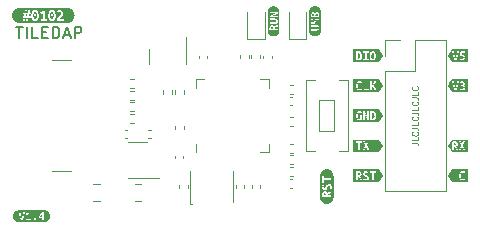
<source format=gbr>
%TF.GenerationSoftware,KiCad,Pcbnew,6.0.7+dfsg-1~bpo11+1*%
%TF.CreationDate,2022-09-22T06:20:52+00:00*%
%TF.ProjectId,0102-TILEDAP,30313032-2d54-4494-9c45-4441502e6b69,V1.4*%
%TF.SameCoordinates,Original*%
%TF.FileFunction,Legend,Top*%
%TF.FilePolarity,Positive*%
%FSLAX46Y46*%
G04 Gerber Fmt 4.6, Leading zero omitted, Abs format (unit mm)*
G04 Created by KiCad (PCBNEW 6.0.7+dfsg-1~bpo11+1) date 2022-09-22 06:20:52*
%MOMM*%
%LPD*%
G01*
G04 APERTURE LIST*
%ADD10C,0.150000*%
%ADD11C,0.100000*%
%ADD12C,0.120000*%
G04 APERTURE END LIST*
D10*
X992738Y17347620D02*
X1564166Y17347620D01*
X1278452Y16347620D02*
X1278452Y17347620D01*
X1897500Y16347620D02*
X1897500Y17347620D01*
X2849880Y16347620D02*
X2373690Y16347620D01*
X2373690Y17347620D01*
X3183214Y16871429D02*
X3516547Y16871429D01*
X3659404Y16347620D02*
X3183214Y16347620D01*
X3183214Y17347620D01*
X3659404Y17347620D01*
X4087976Y16347620D02*
X4087976Y17347620D01*
X4326071Y17347620D01*
X4468928Y17300000D01*
X4564166Y17204762D01*
X4611785Y17109524D01*
X4659404Y16919048D01*
X4659404Y16776191D01*
X4611785Y16585715D01*
X4564166Y16490477D01*
X4468928Y16395239D01*
X4326071Y16347620D01*
X4087976Y16347620D01*
X5040357Y16633334D02*
X5516547Y16633334D01*
X4945119Y16347620D02*
X5278452Y17347620D01*
X5611785Y16347620D01*
X5945119Y16347620D02*
X5945119Y17347620D01*
X6326071Y17347620D01*
X6421309Y17300000D01*
X6468928Y17252381D01*
X6516547Y17157143D01*
X6516547Y17014286D01*
X6468928Y16919048D01*
X6421309Y16871429D01*
X6326071Y16823810D01*
X5945119Y16823810D01*
D11*
X34526190Y7490477D02*
X34883333Y7490477D01*
X34954761Y7466667D01*
X35002380Y7419048D01*
X35026190Y7347620D01*
X35026190Y7300000D01*
X35026190Y7966667D02*
X35026190Y7728572D01*
X34526190Y7728572D01*
X34978571Y8419048D02*
X35002380Y8395239D01*
X35026190Y8323810D01*
X35026190Y8276191D01*
X35002380Y8204762D01*
X34954761Y8157143D01*
X34907142Y8133334D01*
X34811904Y8109524D01*
X34740476Y8109524D01*
X34645238Y8133334D01*
X34597619Y8157143D01*
X34550000Y8204762D01*
X34526190Y8276191D01*
X34526190Y8323810D01*
X34550000Y8395239D01*
X34573809Y8419048D01*
X34526190Y8776191D02*
X34883333Y8776191D01*
X34954761Y8752381D01*
X35002380Y8704762D01*
X35026190Y8633334D01*
X35026190Y8585715D01*
X35026190Y9252381D02*
X35026190Y9014286D01*
X34526190Y9014286D01*
X34978571Y9704762D02*
X35002380Y9680953D01*
X35026190Y9609524D01*
X35026190Y9561905D01*
X35002380Y9490477D01*
X34954761Y9442858D01*
X34907142Y9419048D01*
X34811904Y9395239D01*
X34740476Y9395239D01*
X34645238Y9419048D01*
X34597619Y9442858D01*
X34550000Y9490477D01*
X34526190Y9561905D01*
X34526190Y9609524D01*
X34550000Y9680953D01*
X34573809Y9704762D01*
X34526190Y10061905D02*
X34883333Y10061905D01*
X34954761Y10038096D01*
X35002380Y9990477D01*
X35026190Y9919048D01*
X35026190Y9871429D01*
X35026190Y10538096D02*
X35026190Y10300000D01*
X34526190Y10300000D01*
X34978571Y10990477D02*
X35002380Y10966667D01*
X35026190Y10895239D01*
X35026190Y10847620D01*
X35002380Y10776191D01*
X34954761Y10728572D01*
X34907142Y10704762D01*
X34811904Y10680953D01*
X34740476Y10680953D01*
X34645238Y10704762D01*
X34597619Y10728572D01*
X34550000Y10776191D01*
X34526190Y10847620D01*
X34526190Y10895239D01*
X34550000Y10966667D01*
X34573809Y10990477D01*
X34526190Y11347620D02*
X34883333Y11347620D01*
X34954761Y11323810D01*
X35002380Y11276191D01*
X35026190Y11204762D01*
X35026190Y11157143D01*
X35026190Y11823810D02*
X35026190Y11585715D01*
X34526190Y11585715D01*
X34978571Y12276191D02*
X35002380Y12252381D01*
X35026190Y12180953D01*
X35026190Y12133334D01*
X35002380Y12061905D01*
X34954761Y12014286D01*
X34907142Y11990477D01*
X34811904Y11966667D01*
X34740476Y11966667D01*
X34645238Y11990477D01*
X34597619Y12014286D01*
X34550000Y12061905D01*
X34526190Y12133334D01*
X34526190Y12180953D01*
X34550000Y12252381D01*
X34573809Y12276191D01*
D12*
%TO.C,C2*%
X10192164Y7890000D02*
X10407836Y7890000D01*
X10192164Y8610000D02*
X10407836Y8610000D01*
%TO.C,C3*%
X7538748Y2565000D02*
X8061252Y2565000D01*
X7538748Y4035000D02*
X8061252Y4035000D01*
%TO.C,C4*%
X20940000Y3712164D02*
X20940000Y3927836D01*
X21660000Y3712164D02*
X21660000Y3927836D01*
%TO.C,C5*%
X21940000Y14887836D02*
X21940000Y14672164D01*
X22660000Y14887836D02*
X22660000Y14672164D01*
%TO.C,C7*%
X17160000Y14887836D02*
X17160000Y14672164D01*
X16440000Y14887836D02*
X16440000Y14672164D01*
%TO.C,C12*%
X24387836Y11410000D02*
X24172164Y11410000D01*
X24387836Y10690000D02*
X24172164Y10690000D01*
%TO.C,C13*%
X24387836Y3690000D02*
X24172164Y3690000D01*
X24387836Y4410000D02*
X24172164Y4410000D01*
%TO.C,D1*%
X25535000Y16315000D02*
X25535000Y18600000D01*
X24065000Y18600000D02*
X24065000Y16315000D01*
X24065000Y16315000D02*
X25535000Y16315000D01*
%TO.C,D3*%
X20565000Y16315000D02*
X22035000Y16315000D01*
X20565000Y18600000D02*
X20565000Y16315000D01*
X22035000Y16315000D02*
X22035000Y18600000D01*
%TO.C,J1*%
X5640000Y14500000D02*
X4040000Y14500000D01*
X5640000Y5100000D02*
X4040000Y5100000D01*
%TO.C,R1*%
X10963641Y11930000D02*
X10656359Y11930000D01*
X10963641Y11170000D02*
X10656359Y11170000D01*
%TO.C,R2*%
X12146359Y8630000D02*
X12453641Y8630000D01*
X12146359Y7870000D02*
X12453641Y7870000D01*
%TO.C,R3*%
X10963641Y12170000D02*
X10656359Y12170000D01*
X10963641Y12930000D02*
X10656359Y12930000D01*
%TO.C,R11*%
X21680000Y14656359D02*
X21680000Y14963641D01*
X20920000Y14656359D02*
X20920000Y14963641D01*
%TO.C,R12*%
X24156359Y11670000D02*
X24463641Y11670000D01*
X24156359Y12430000D02*
X24463641Y12430000D01*
%TO.C,R13*%
X24156359Y4670000D02*
X24463641Y4670000D01*
X24156359Y5430000D02*
X24463641Y5430000D01*
%TO.C,R15*%
X20680000Y14656359D02*
X20680000Y14963641D01*
X19920000Y14656359D02*
X19920000Y14963641D01*
%TO.C,SW1*%
X26650000Y11100000D02*
X26650000Y8500000D01*
X25500000Y6800000D02*
X26300000Y6800000D01*
X26650000Y8500000D02*
X27950000Y8500000D01*
X25500000Y12800000D02*
X25500000Y6800000D01*
X28300000Y12800000D02*
X29100000Y12800000D01*
X29100000Y12800000D02*
X29100000Y6800000D01*
X29100000Y6800000D02*
X28300000Y6800000D01*
X26300000Y12800000D02*
X25500000Y12800000D01*
X27950000Y11100000D02*
X26650000Y11100000D01*
X27950000Y8500000D02*
X27950000Y11100000D01*
%TO.C,U1*%
X11300000Y7610000D02*
X10500000Y7610000D01*
X11300000Y4490000D02*
X10500000Y4490000D01*
X11300000Y4490000D02*
X13100000Y4490000D01*
X11300000Y7610000D02*
X12100000Y7610000D01*
%TO.C,C8*%
X20310000Y3692164D02*
X20310000Y3907836D01*
X19590000Y3692164D02*
X19590000Y3907836D01*
%TO.C,C11*%
X15510000Y3907836D02*
X15510000Y3692164D01*
X14790000Y3907836D02*
X14790000Y3692164D01*
%TO.C,R6*%
X24463641Y6430000D02*
X24156359Y6430000D01*
X24463641Y5670000D02*
X24156359Y5670000D01*
%TO.C,R7*%
X24463640Y6670000D02*
X24156358Y6670000D01*
X24463640Y7430000D02*
X24156358Y7430000D01*
%TO.C,R9*%
X24463640Y8920000D02*
X24156358Y8920000D01*
X24463640Y9680000D02*
X24156358Y9680000D01*
%TO.C,U2*%
X22410000Y6690000D02*
X21685000Y6690000D01*
X16190000Y12185000D02*
X16190000Y12910000D01*
X16190000Y7415000D02*
X16190000Y6690000D01*
X22410000Y12910000D02*
X21685000Y12910000D01*
X22410000Y7415000D02*
X22410000Y6690000D01*
X22410000Y12185000D02*
X22410000Y12910000D01*
X16190000Y12910000D02*
X16915000Y12910000D01*
%TO.C,Y1*%
X19385000Y5100000D02*
X19385000Y2500000D01*
X15915000Y2315000D02*
X15715000Y2315000D01*
X15715000Y2315000D02*
X15715000Y5100000D01*
%TO.C,J3*%
X32195000Y13610000D02*
X32195000Y3390000D01*
X32195000Y3390000D02*
X37395000Y3390000D01*
X32195000Y14880000D02*
X32195000Y16210000D01*
X37395000Y16210000D02*
X37395000Y3390000D01*
X32195000Y16210000D02*
X33525000Y16210000D01*
X32195000Y13610000D02*
X34795000Y13610000D01*
X34795000Y13610000D02*
X34795000Y16210000D01*
X34795000Y16210000D02*
X37395000Y16210000D01*
%TO.C,C1*%
X11038748Y4035000D02*
X11561252Y4035000D01*
X11038748Y2565000D02*
X11561252Y2565000D01*
%TO.C,Q1*%
X15360000Y14800000D02*
X15360000Y14150000D01*
X12240000Y14800000D02*
X12240000Y15450000D01*
X15360000Y14800000D02*
X15360000Y16475000D01*
X12240000Y14800000D02*
X12240000Y14150000D01*
%TO.C,R14*%
X14420000Y11656359D02*
X14420000Y11963641D01*
X15180000Y11656359D02*
X15180000Y11963641D01*
%TO.C,R10*%
X13420000Y11963641D02*
X13420000Y11656359D01*
X14180000Y11963641D02*
X14180000Y11656359D01*
%TO.C,C6*%
X14440000Y6212164D02*
X14440000Y6427836D01*
X15160000Y6212164D02*
X15160000Y6427836D01*
%TO.C,R4*%
X10963641Y9930000D02*
X10656359Y9930000D01*
X10963641Y9170000D02*
X10656359Y9170000D01*
%TO.C,R5*%
X10963641Y10170000D02*
X10656359Y10170000D01*
X10963641Y10930000D02*
X10656359Y10930000D01*
%TO.C,R8*%
X15180000Y8656359D02*
X15180000Y8963641D01*
X14420000Y8656359D02*
X14420000Y8963641D01*
%TO.C,kibuzzard-63295177*%
G36*
X38155475Y7498423D02*
G01*
X38196850Y7477884D01*
X38223639Y7442761D01*
X38232568Y7392159D01*
X38199231Y7309411D01*
X38155475Y7287533D01*
X38090884Y7280241D01*
X38058737Y7280241D01*
X38058737Y7501697D01*
X38082550Y7504673D01*
X38102790Y7505269D01*
X38155475Y7498423D01*
G37*
G36*
X37526429Y7260000D02*
G01*
X37874091Y7781494D01*
X39273571Y7781494D01*
X39273571Y6738506D01*
X37874091Y6738506D01*
X37774873Y6887334D01*
X37912290Y6887334D01*
X38058737Y6887334D01*
X38058737Y7158797D01*
X38134937Y7158797D01*
X38175270Y7091378D01*
X38212923Y7024852D01*
X38247005Y6957432D01*
X38276621Y6887334D01*
X38430212Y6887334D01*
X38456406Y6887334D01*
X38614759Y6887334D01*
X38642143Y6951777D01*
X38674290Y7023661D01*
X38708818Y7097926D01*
X38743346Y7169512D01*
X38778321Y7095694D01*
X38811807Y7021875D01*
X38842020Y6951330D01*
X38867171Y6887334D01*
X39025525Y6887334D01*
X38993378Y6965320D01*
X38971500Y7012945D01*
X38946348Y7064142D01*
X38918517Y7117869D01*
X38888603Y7173084D01*
X38857349Y7227853D01*
X38825500Y7280241D01*
X39013618Y7624331D01*
X38865981Y7624331D01*
X38743346Y7388588D01*
X38626665Y7624331D01*
X38468312Y7624331D01*
X38661193Y7276669D01*
X38632023Y7224430D01*
X38601662Y7170108D01*
X38571450Y7115488D01*
X38542726Y7062356D01*
X38515937Y7011755D01*
X38491529Y6964725D01*
X38456406Y6887334D01*
X38430212Y6887334D01*
X38396279Y6965320D01*
X38355203Y7047473D01*
X38311150Y7126055D01*
X38268287Y7194516D01*
X38320377Y7228151D01*
X38355203Y7274288D01*
X38374848Y7329652D01*
X38381396Y7390969D01*
X38376485Y7448863D01*
X38361751Y7498720D01*
X38305196Y7574325D01*
X38264715Y7600221D01*
X38217090Y7618378D01*
X38162917Y7629094D01*
X38102790Y7632666D01*
X38061118Y7631475D01*
X38011112Y7628498D01*
X37959320Y7622545D01*
X37912290Y7613616D01*
X37912290Y6887334D01*
X37774873Y6887334D01*
X37526429Y7260000D01*
G37*
%TO.C,kibuzzard-632952E3*%
G36*
X29527966Y7777327D02*
G01*
X31727150Y7777327D01*
X32072034Y7260000D01*
X31727150Y6742673D01*
X29527966Y6742673D01*
X29527966Y7507055D01*
X29776013Y7507055D01*
X29970085Y7507055D01*
X29970085Y6891502D01*
X30117722Y6891502D01*
X30354657Y6891502D01*
X30513010Y6891502D01*
X30540394Y6955944D01*
X30572541Y7027828D01*
X30607069Y7102093D01*
X30641597Y7173680D01*
X30676572Y7099861D01*
X30710058Y7026042D01*
X30740270Y6955498D01*
X30765422Y6891502D01*
X30923775Y6891502D01*
X30891629Y6969487D01*
X30869751Y7017112D01*
X30844599Y7068309D01*
X30816768Y7122036D01*
X30786854Y7177252D01*
X30755600Y7232020D01*
X30723750Y7284408D01*
X30911869Y7628498D01*
X30764232Y7628498D01*
X30641597Y7392755D01*
X30524916Y7628498D01*
X30366563Y7628498D01*
X30559444Y7280836D01*
X30530274Y7228597D01*
X30499913Y7174275D01*
X30469701Y7119655D01*
X30440977Y7066523D01*
X30414188Y7015922D01*
X30389780Y6968892D01*
X30354657Y6891502D01*
X30117722Y6891502D01*
X30117722Y7507055D01*
X30311794Y7507055D01*
X30311794Y7628498D01*
X29776013Y7628498D01*
X29776013Y7507055D01*
X29527966Y7507055D01*
X29527966Y7777327D01*
G37*
%TO.C,kibuzzard-631DD70B*%
G36*
X26207211Y18402297D02*
G01*
X26229991Y18323399D01*
X26229991Y18270059D01*
X26072194Y18270059D01*
X26068860Y18300062D01*
X26067749Y18332289D01*
X26070527Y18368960D01*
X26081639Y18400075D01*
X26104976Y18421189D01*
X26144425Y18428967D01*
X26207211Y18402297D01*
G37*
G36*
X26486134Y18448970D02*
G01*
X26516138Y18420633D01*
X26530584Y18381184D01*
X26534474Y18335622D01*
X26533363Y18301729D01*
X26530029Y18270059D01*
X26343339Y18270059D01*
X26343339Y18343401D01*
X26365008Y18428412D01*
X26436684Y18460083D01*
X26486134Y18448970D01*
G37*
G36*
X26795443Y16956567D02*
G01*
X26788274Y16908240D01*
X26776403Y16860848D01*
X26759944Y16814849D01*
X26739056Y16770683D01*
X26713939Y16728779D01*
X26684836Y16689537D01*
X26652026Y16653338D01*
X26615826Y16620528D01*
X26576585Y16591425D01*
X26534680Y16566308D01*
X26490515Y16545419D01*
X26444515Y16528960D01*
X26397124Y16517090D01*
X26348797Y16509921D01*
X26300000Y16507524D01*
X26251203Y16509921D01*
X26202876Y16517090D01*
X26155485Y16528960D01*
X26109485Y16545419D01*
X26065320Y16566308D01*
X26023415Y16591425D01*
X25984174Y16620528D01*
X25947974Y16653338D01*
X25915164Y16689537D01*
X25886061Y16728779D01*
X25860944Y16770683D01*
X25840056Y16814849D01*
X25823597Y16860848D01*
X25811726Y16908240D01*
X25804557Y16956567D01*
X25802160Y17005364D01*
X25802160Y17005456D01*
X25956624Y17005456D01*
X26395568Y17005456D01*
X26452797Y17008234D01*
X26504470Y17016569D01*
X26549753Y17031571D01*
X26587814Y17054351D01*
X26640598Y17126027D01*
X26654350Y17176450D01*
X26658934Y17237707D01*
X26654350Y17299937D01*
X26640598Y17351055D01*
X26618234Y17392171D01*
X26587814Y17424397D01*
X26549753Y17448012D01*
X26504470Y17463291D01*
X26452797Y17471626D01*
X26395568Y17474404D01*
X25956624Y17474404D01*
X25956624Y17337720D01*
X26385566Y17337720D01*
X26458353Y17333275D01*
X26506137Y17317717D01*
X26532251Y17287714D01*
X26540030Y17239930D01*
X26532251Y17192146D01*
X26506693Y17162698D01*
X26459464Y17147696D01*
X26386677Y17143251D01*
X25956624Y17143251D01*
X25956624Y17005456D01*
X25802160Y17005456D01*
X25802160Y17807779D01*
X25941066Y17807779D01*
X25947116Y17739684D01*
X25965267Y17682084D01*
X25995518Y17634979D01*
X26060526Y17587890D01*
X26146648Y17572194D01*
X26228324Y17589974D01*
X26283331Y17634979D01*
X26320003Y17695542D01*
X26345561Y17759995D01*
X26365008Y17806667D01*
X26388344Y17848895D01*
X26417793Y17880010D01*
X26455575Y17892234D01*
X26488357Y17887233D01*
X26517249Y17868897D01*
X26537252Y17832782D01*
X26544475Y17775552D01*
X26540586Y17720129D01*
X26528918Y17673873D01*
X26495580Y17602197D01*
X26606705Y17562192D01*
X26640598Y17638869D01*
X26654350Y17698598D01*
X26658934Y17775552D01*
X26653069Y17853525D01*
X26635474Y17917052D01*
X26606149Y17966132D01*
X26542391Y18013221D01*
X26456686Y18028917D01*
X26404874Y18024195D01*
X26362786Y18010026D01*
X26300556Y17961687D01*
X26260551Y17897234D01*
X26233325Y17830004D01*
X26216656Y17787221D01*
X26196098Y17748327D01*
X26169428Y17719990D01*
X26134424Y17708877D01*
X26090591Y17720978D01*
X26064292Y17757279D01*
X26055525Y17817780D01*
X26066638Y17896123D01*
X26093308Y17957797D01*
X25987739Y17997802D01*
X25955512Y17918348D01*
X25944678Y17867092D01*
X25941066Y17807779D01*
X25802160Y17807779D01*
X25802160Y18311175D01*
X25948845Y18311175D01*
X25953846Y18218941D01*
X25965514Y18133375D01*
X26633375Y18133375D01*
X26642126Y18181437D01*
X26648377Y18230054D01*
X26652127Y18278115D01*
X26653378Y18324510D01*
X26650738Y18379378D01*
X26642821Y18430634D01*
X26628652Y18476751D01*
X26607261Y18516201D01*
X26540586Y18573430D01*
X26493774Y18589265D01*
X26436684Y18594544D01*
X26390011Y18588293D01*
X26345561Y18569541D01*
X26306668Y18533286D01*
X26276664Y18474529D01*
X26216656Y18538426D01*
X26176096Y18556345D01*
X26129979Y18562318D01*
X26065526Y18552316D01*
X26007186Y18514534D01*
X25964958Y18437857D01*
X25952873Y18381739D01*
X25948845Y18311175D01*
X25802160Y18311175D01*
X25802160Y18594636D01*
X25804557Y18643433D01*
X25811726Y18691760D01*
X25823597Y18739152D01*
X25840056Y18785151D01*
X25860944Y18829317D01*
X25886061Y18871221D01*
X25915164Y18910463D01*
X25947974Y18946662D01*
X25984174Y18979472D01*
X26023415Y19008575D01*
X26065320Y19033692D01*
X26109485Y19054581D01*
X26155485Y19071040D01*
X26202876Y19082910D01*
X26251203Y19090079D01*
X26300000Y19092476D01*
X26348797Y19090079D01*
X26397124Y19082910D01*
X26444515Y19071040D01*
X26490515Y19054581D01*
X26534680Y19033692D01*
X26576585Y19008575D01*
X26615826Y18979472D01*
X26652026Y18946662D01*
X26684836Y18910463D01*
X26713939Y18871221D01*
X26739056Y18829317D01*
X26759944Y18785151D01*
X26776403Y18739152D01*
X26788274Y18691760D01*
X26795443Y18643433D01*
X26797840Y18594636D01*
X26797840Y17005364D01*
X26795443Y16956567D01*
G37*
%TO.C,kibuzzard-632952D1*%
G36*
X30039736Y15108005D02*
G01*
X30088552Y15052641D01*
X30113555Y14972869D01*
X30120699Y14880000D01*
X30118466Y14827464D01*
X30111769Y14779392D01*
X30082004Y14700216D01*
X30027235Y14647828D01*
X29943296Y14628778D01*
X29930199Y14628778D01*
X29917102Y14629969D01*
X29917102Y15125269D01*
X29938533Y15128245D01*
X29959964Y15128841D01*
X30039736Y15108005D01*
G37*
G36*
X29522608Y15413400D02*
G01*
X31721792Y15413400D01*
X32077392Y14880000D01*
X31721792Y14346600D01*
X29522608Y14346600D01*
X29522608Y14519241D01*
X29770655Y14519241D01*
X29851022Y14505548D01*
X29927818Y14501381D01*
X29999702Y14506590D01*
X30017829Y14510906D01*
X30365968Y14510906D01*
X30833883Y14510906D01*
X30833883Y14632350D01*
X30674339Y14632350D01*
X30674339Y14880000D01*
X30929133Y14880000D01*
X30933412Y14790592D01*
X30946248Y14712866D01*
X30967642Y14646824D01*
X30997594Y14592464D01*
X31050048Y14538555D01*
X31116127Y14506210D01*
X31195833Y14495428D01*
X31273621Y14506210D01*
X31338708Y14538555D01*
X31391096Y14592464D01*
X31421308Y14646824D01*
X31442888Y14712866D01*
X31455836Y14790592D01*
X31460152Y14880000D01*
X31455910Y14969408D01*
X31443186Y15047134D01*
X31421978Y15113176D01*
X31392286Y15167536D01*
X31340163Y15221445D01*
X31274282Y15253790D01*
X31194643Y15264572D01*
X31117384Y15253790D01*
X31052297Y15221445D01*
X30999380Y15167536D01*
X30968647Y15113176D01*
X30946695Y15047134D01*
X30933524Y14969408D01*
X30929133Y14880000D01*
X30674339Y14880000D01*
X30674339Y15126459D01*
X30833883Y15126459D01*
X30833883Y15247903D01*
X30365968Y15247903D01*
X30365968Y15126459D01*
X30526702Y15126459D01*
X30526702Y14632350D01*
X30365968Y14632350D01*
X30365968Y14510906D01*
X30017829Y14510906D01*
X30065335Y14522217D01*
X30123527Y14549155D01*
X30173086Y14588297D01*
X30213419Y14640238D01*
X30243929Y14705573D01*
X30263127Y14785196D01*
X30269527Y14880000D01*
X30263723Y14972720D01*
X30246310Y15050855D01*
X30218479Y15115446D01*
X30181421Y15167536D01*
X30135135Y15207273D01*
X30079622Y15234806D01*
X30016370Y15250880D01*
X29946868Y15256238D01*
X29864714Y15252666D01*
X29770655Y15238378D01*
X29770655Y14519241D01*
X29522608Y14519241D01*
X29522608Y15413400D01*
G37*
G36*
X31255364Y15116934D02*
G01*
X31290488Y15062166D01*
X31307157Y14980608D01*
X31310282Y14931941D01*
X31311324Y14880000D01*
X31310282Y14828208D01*
X31307157Y14779988D01*
X31290488Y14698430D01*
X31254769Y14643066D01*
X31194643Y14622825D01*
X31133921Y14643066D01*
X31098797Y14697834D01*
X31082129Y14779392D01*
X31079003Y14828059D01*
X31077961Y14880000D01*
X31079003Y14931792D01*
X31082129Y14980013D01*
X31098797Y15061570D01*
X31133921Y15116934D01*
X31194643Y15137175D01*
X31255364Y15116934D01*
G37*
%TO.C,kibuzzard-63295187*%
G36*
X37522460Y4720000D02*
G01*
X38509190Y4720000D01*
X38514548Y4630554D01*
X38530621Y4552717D01*
X38556518Y4486637D01*
X38591343Y4432464D01*
X38634652Y4390197D01*
X38685998Y4359836D01*
X38744785Y4341530D01*
X38810418Y4335428D01*
X38883195Y4338405D01*
X38944364Y4347334D01*
X39025921Y4368766D01*
X39025921Y4736669D01*
X38879475Y4736669D01*
X38879475Y4467588D01*
X38850900Y4464016D01*
X38822325Y4462825D01*
X38751185Y4478452D01*
X38699690Y4525333D01*
X38676539Y4574744D01*
X38662649Y4639633D01*
X38658018Y4720000D01*
X38660548Y4774620D01*
X38668139Y4824180D01*
X38701476Y4905142D01*
X38760412Y4958125D01*
X38848518Y4977175D01*
X38927100Y4964078D01*
X38991393Y4934313D01*
X39029493Y5050994D01*
X39005086Y5065281D01*
X38964009Y5083141D01*
X38905073Y5098023D01*
X38828278Y5104572D01*
X38763686Y5098470D01*
X38703262Y5080164D01*
X38648791Y5049654D01*
X38602059Y5006941D01*
X38563661Y4952321D01*
X38534193Y4886092D01*
X38515441Y4808553D01*
X38509190Y4720000D01*
X37522460Y4720000D01*
X37878060Y5253400D01*
X39277540Y5253400D01*
X39277540Y4186600D01*
X37878060Y4186600D01*
X37522460Y4720000D01*
G37*
%TO.C,kibuzzard-632952DE*%
G36*
X31262508Y10028005D02*
G01*
X31311324Y9972641D01*
X31336327Y9892869D01*
X31343471Y9800000D01*
X31341238Y9747464D01*
X31334541Y9699392D01*
X31304775Y9620216D01*
X31250007Y9567828D01*
X31166068Y9548778D01*
X31152971Y9548778D01*
X31139874Y9549969D01*
X31139874Y10045269D01*
X31161305Y10048245D01*
X31182736Y10048841D01*
X31262508Y10028005D01*
G37*
G36*
X29522608Y10333400D02*
G01*
X31721792Y10333400D01*
X32077392Y9800000D01*
X31721792Y9266600D01*
X29522608Y9266600D01*
X29522608Y9800000D01*
X29770655Y9800000D01*
X29776013Y9710554D01*
X29792086Y9632717D01*
X29817982Y9566637D01*
X29852808Y9512464D01*
X29896117Y9470197D01*
X29947463Y9439836D01*
X30006250Y9421530D01*
X30071883Y9415428D01*
X30144660Y9418405D01*
X30205829Y9427334D01*
X30219422Y9430906D01*
X30388589Y9430906D01*
X30520749Y9430906D01*
X30520749Y9920253D01*
X30565000Y9838563D01*
X30607268Y9757005D01*
X30647550Y9675580D01*
X30685849Y9594154D01*
X30722163Y9512596D01*
X30756493Y9430906D01*
X30874364Y9430906D01*
X30874364Y9439241D01*
X30993427Y9439241D01*
X31073794Y9425548D01*
X31150589Y9421381D01*
X31222473Y9426590D01*
X31288107Y9442217D01*
X31346298Y9469155D01*
X31395858Y9508297D01*
X31436191Y9560238D01*
X31466700Y9625573D01*
X31485899Y9705196D01*
X31492299Y9800000D01*
X31486495Y9892720D01*
X31469082Y9970855D01*
X31441251Y10035446D01*
X31404193Y10087536D01*
X31357907Y10127273D01*
X31302394Y10154806D01*
X31239142Y10170880D01*
X31169639Y10176238D01*
X31087486Y10172666D01*
X30993427Y10158378D01*
X30993427Y9439241D01*
X30874364Y9439241D01*
X30874364Y10167903D01*
X30742205Y10167903D01*
X30742205Y9714275D01*
X30721220Y9760709D01*
X30696366Y9814288D01*
X30668386Y9872330D01*
X30638025Y9932159D01*
X30606027Y9993030D01*
X30573136Y10054198D01*
X30539799Y10113283D01*
X30506461Y10167903D01*
X30388589Y10167903D01*
X30388589Y9430906D01*
X30219422Y9430906D01*
X30287386Y9448766D01*
X30287386Y9816669D01*
X30140939Y9816669D01*
X30140939Y9547588D01*
X30112364Y9544016D01*
X30083789Y9542825D01*
X30012650Y9558452D01*
X29961155Y9605333D01*
X29938004Y9654744D01*
X29924113Y9719633D01*
X29919483Y9800000D01*
X29922013Y9854620D01*
X29929604Y9904180D01*
X29962941Y9985142D01*
X30021877Y10038125D01*
X30109983Y10057175D01*
X30188564Y10044078D01*
X30252858Y10014313D01*
X30290958Y10130994D01*
X30266550Y10145281D01*
X30225474Y10163141D01*
X30166538Y10178023D01*
X30089743Y10184572D01*
X30025151Y10178470D01*
X29964727Y10160164D01*
X29910256Y10129654D01*
X29863524Y10086941D01*
X29825126Y10032321D01*
X29795658Y9966092D01*
X29776906Y9888553D01*
X29770655Y9800000D01*
X29522608Y9800000D01*
X29522608Y10333400D01*
G37*
%TO.C,kibuzzard-631DD707*%
G36*
X22746660Y17289936D02*
G01*
X22767079Y17249098D01*
X22773886Y17188812D01*
X22773886Y17158809D01*
X22567193Y17158809D01*
X22564415Y17181034D01*
X22563859Y17199925D01*
X22570249Y17249098D01*
X22589418Y17287714D01*
X22622200Y17312717D01*
X22669428Y17321051D01*
X22746660Y17289936D01*
G37*
G36*
X23291572Y16973617D02*
G01*
X23284460Y16925667D01*
X23272681Y16878646D01*
X23256351Y16833006D01*
X23235626Y16789186D01*
X23210705Y16747608D01*
X23181829Y16708673D01*
X23149276Y16672757D01*
X23113359Y16640203D01*
X23074424Y16611327D01*
X23032847Y16586407D01*
X22989027Y16565682D01*
X22943386Y16549351D01*
X22896365Y16537573D01*
X22848416Y16530460D01*
X22800000Y16528082D01*
X22751584Y16530460D01*
X22703635Y16537573D01*
X22656614Y16549351D01*
X22610973Y16565682D01*
X22567153Y16586407D01*
X22525576Y16611327D01*
X22486641Y16640203D01*
X22450724Y16672757D01*
X22418171Y16708673D01*
X22389295Y16747608D01*
X22364374Y16789186D01*
X22343649Y16833006D01*
X22327319Y16878646D01*
X22315540Y16925667D01*
X22308428Y16973617D01*
X22306049Y17022032D01*
X22306049Y17199925D01*
X22444956Y17199925D01*
X22446067Y17161031D01*
X22448845Y17114359D01*
X22454401Y17066019D01*
X22462736Y17022125D01*
X23140598Y17022125D01*
X23140598Y17158809D01*
X22887233Y17158809D01*
X22887233Y17229929D01*
X22950158Y17267572D01*
X23012249Y17302716D01*
X23075173Y17334525D01*
X23140598Y17362168D01*
X23140598Y17505519D01*
X23067811Y17473848D01*
X22991135Y17435510D01*
X22917793Y17394394D01*
X22853896Y17354389D01*
X22822503Y17403006D01*
X22779442Y17435510D01*
X22727769Y17453846D01*
X22670539Y17459958D01*
X22616505Y17455374D01*
X22569971Y17441622D01*
X22499407Y17388837D01*
X22475237Y17351055D01*
X22458291Y17306605D01*
X22448289Y17256043D01*
X22444956Y17199925D01*
X22306049Y17199925D01*
X22306049Y17561081D01*
X22452734Y17561081D01*
X22891678Y17561081D01*
X22948908Y17563859D01*
X23000581Y17572194D01*
X23045864Y17587196D01*
X23083924Y17609976D01*
X23136709Y17681652D01*
X23150460Y17732075D01*
X23155044Y17793332D01*
X23150460Y17855562D01*
X23136709Y17906680D01*
X23114345Y17947796D01*
X23083924Y17980023D01*
X23045864Y18003637D01*
X23000581Y18018916D01*
X22948908Y18027251D01*
X22891678Y18030029D01*
X22452734Y18030029D01*
X22452734Y17893345D01*
X22881677Y17893345D01*
X22954464Y17888900D01*
X23002248Y17873342D01*
X23028362Y17843339D01*
X23036141Y17795555D01*
X23028362Y17747771D01*
X23002803Y17718323D01*
X22955575Y17703321D01*
X22882788Y17698876D01*
X22452734Y17698876D01*
X22452734Y17561081D01*
X22306049Y17561081D01*
X22306049Y18124485D01*
X22452734Y18124485D01*
X23140598Y18124485D01*
X23140598Y18247834D01*
X22683874Y18247834D01*
X22760118Y18289135D01*
X22836239Y18328585D01*
X22912236Y18366182D01*
X22988233Y18401927D01*
X23064354Y18435820D01*
X23140598Y18467861D01*
X23140598Y18577875D01*
X22452734Y18577875D01*
X22452734Y18454526D01*
X22876121Y18454526D01*
X22832782Y18434940D01*
X22782776Y18411743D01*
X22728602Y18385629D01*
X22672762Y18357292D01*
X22615949Y18327427D01*
X22558859Y18296729D01*
X22503713Y18265614D01*
X22452734Y18234499D01*
X22452734Y18124485D01*
X22306049Y18124485D01*
X22306049Y18577968D01*
X22308428Y18626383D01*
X22315540Y18674333D01*
X22327319Y18721354D01*
X22343649Y18766994D01*
X22364374Y18810814D01*
X22389295Y18852392D01*
X22418171Y18891327D01*
X22450724Y18927243D01*
X22486641Y18959797D01*
X22525576Y18988673D01*
X22567153Y19013593D01*
X22610973Y19034318D01*
X22656614Y19050649D01*
X22703635Y19062427D01*
X22751584Y19069540D01*
X22800000Y19071918D01*
X22848416Y19069540D01*
X22896365Y19062427D01*
X22943386Y19050649D01*
X22989027Y19034318D01*
X23032847Y19013593D01*
X23074424Y18988673D01*
X23113359Y18959797D01*
X23149276Y18927243D01*
X23181829Y18891327D01*
X23210705Y18852392D01*
X23235626Y18810814D01*
X23256351Y18766994D01*
X23272681Y18721354D01*
X23284460Y18674333D01*
X23291572Y18626383D01*
X23293951Y18577968D01*
X23293951Y17022032D01*
X23291572Y16973617D01*
G37*
%TO.C,kibuzzard-631DDA4D*%
G36*
X1238003Y17663002D02*
G01*
X1175869Y17672219D01*
X1114937Y17687482D01*
X1055794Y17708643D01*
X999011Y17735500D01*
X945133Y17767793D01*
X894680Y17805211D01*
X848137Y17847395D01*
X805954Y17893938D01*
X768535Y17944391D01*
X736242Y17998268D01*
X709385Y18055052D01*
X702002Y18075686D01*
X1554068Y18075686D01*
X1639793Y18075686D01*
X1598359Y17857087D01*
X1744091Y17857087D01*
X1784096Y18075686D01*
X1898396Y18075686D01*
X1856963Y17857087D01*
X2002695Y17857087D01*
X2044129Y18075686D01*
X2218436Y18075686D01*
X2218436Y18221419D01*
X2071275Y18221419D01*
X2086550Y18301429D01*
X2292731Y18301429D01*
X2297643Y18191772D01*
X2312377Y18097117D01*
X2336933Y18017465D01*
X2371313Y17952814D01*
X2431638Y17889314D01*
X2507838Y17851214D01*
X2599913Y17838514D01*
X2691988Y17851214D01*
X2768188Y17889314D01*
X2828513Y17952814D01*
X2862892Y18017465D01*
X2887448Y18097117D01*
X2902182Y18191772D01*
X2907094Y18301429D01*
X2902182Y18410416D01*
X2887448Y18504490D01*
X2871105Y18557175D01*
X3025680Y18557175D01*
X3082830Y18411442D01*
X3169984Y18446447D01*
X3261424Y18497167D01*
X3261424Y18002820D01*
X3075686Y18002820D01*
X3075686Y17857087D01*
X3612896Y17857087D01*
X3612896Y18002820D01*
X3437160Y18002820D01*
X3437160Y18301429D01*
X3721481Y18301429D01*
X3726393Y18191772D01*
X3741127Y18097117D01*
X3765683Y18017465D01*
X3800063Y17952814D01*
X3860388Y17889314D01*
X3936588Y17851214D01*
X4028663Y17838514D01*
X4120738Y17851214D01*
X4196938Y17889314D01*
X4257263Y17952814D01*
X4291642Y18017465D01*
X4316198Y18097117D01*
X4330932Y18191772D01*
X4335844Y18301429D01*
X4330932Y18410416D01*
X4316198Y18504490D01*
X4291642Y18583652D01*
X4259174Y18644329D01*
X4447286Y18644329D01*
X4534440Y18521456D01*
X4624451Y18588607D01*
X4711605Y18608610D01*
X4794473Y18579321D01*
X4827334Y18495739D01*
X4800902Y18420015D01*
X4733751Y18342862D01*
X4691603Y18301965D01*
X4646597Y18259281D01*
X4601591Y18213918D01*
X4559443Y18164983D01*
X4522296Y18111941D01*
X4492292Y18054255D01*
X4472468Y17991390D01*
X4465860Y17922810D01*
X4465146Y17892806D01*
X4468718Y17857087D01*
X5045933Y17857087D01*
X5045933Y18002820D01*
X4665885Y18002820D01*
X4680887Y18049969D01*
X4717320Y18100689D01*
X4763040Y18149267D01*
X4805903Y18189986D01*
X4878769Y18261424D01*
X4943063Y18338576D01*
X4988783Y18420729D01*
X5005928Y18508597D01*
X4983068Y18619326D01*
X4921631Y18698621D01*
X4833049Y18745770D01*
X4728750Y18761486D01*
X4654276Y18754342D01*
X4579446Y18732911D01*
X4508901Y18696478D01*
X4447286Y18644329D01*
X4259174Y18644329D01*
X4257263Y18647901D01*
X4196938Y18711004D01*
X4120738Y18748866D01*
X4028663Y18761486D01*
X3938016Y18748786D01*
X3862293Y18710686D01*
X3801491Y18647186D01*
X3766487Y18582714D01*
X3741484Y18503597D01*
X3726482Y18409835D01*
X3721481Y18301429D01*
X3437160Y18301429D01*
X3437160Y18741484D01*
X3317145Y18741484D01*
X3255709Y18685762D01*
X3179985Y18634328D01*
X3099975Y18590036D01*
X3025680Y18557175D01*
X2871105Y18557175D01*
X2862892Y18583652D01*
X2828513Y18647901D01*
X2768188Y18711004D01*
X2691988Y18748866D01*
X2599913Y18761486D01*
X2509266Y18748786D01*
X2433543Y18710686D01*
X2372741Y18647186D01*
X2337737Y18582714D01*
X2312734Y18503597D01*
X2297732Y18409835D01*
X2292731Y18301429D01*
X2086550Y18301429D01*
X2101279Y18378581D01*
X2218436Y18378581D01*
X2218436Y18524314D01*
X2129854Y18524314D01*
X2171288Y18741484D01*
X2025555Y18741484D01*
X1984121Y18524314D01*
X1869821Y18524314D01*
X1912684Y18741484D01*
X1766951Y18741484D01*
X1725518Y18524314D01*
X1554068Y18524314D01*
X1554068Y18378581D01*
X1696943Y18378581D01*
X1666939Y18221419D01*
X1554068Y18221419D01*
X1554068Y18075686D01*
X702002Y18075686D01*
X688224Y18114195D01*
X672961Y18175127D01*
X663744Y18237261D01*
X660662Y18300000D01*
X663744Y18362739D01*
X672961Y18424873D01*
X688224Y18485805D01*
X709385Y18544948D01*
X736242Y18601732D01*
X768535Y18655609D01*
X805954Y18706062D01*
X848137Y18752605D01*
X894680Y18794789D01*
X945133Y18832207D01*
X999011Y18864500D01*
X1055794Y18891357D01*
X1114937Y18912518D01*
X1175869Y18927781D01*
X1238003Y18936998D01*
X1300742Y18940080D01*
X5299258Y18940080D01*
X5361997Y18936998D01*
X5424131Y18927781D01*
X5485063Y18912518D01*
X5544206Y18891357D01*
X5600989Y18864500D01*
X5654867Y18832207D01*
X5705320Y18794789D01*
X5751863Y18752605D01*
X5794046Y18706062D01*
X5831465Y18655609D01*
X5863758Y18601732D01*
X5890615Y18544948D01*
X5911776Y18485805D01*
X5927039Y18424873D01*
X5936256Y18362739D01*
X5939338Y18300000D01*
X5936256Y18237261D01*
X5927039Y18175127D01*
X5911776Y18114195D01*
X5890615Y18055052D01*
X5863758Y17998268D01*
X5831465Y17944391D01*
X5794046Y17893938D01*
X5751863Y17847395D01*
X5705320Y17805211D01*
X5654867Y17767793D01*
X5600989Y17735500D01*
X5544206Y17708643D01*
X5485063Y17687482D01*
X5424131Y17672219D01*
X5361997Y17663002D01*
X5299258Y17659920D01*
X1300742Y17659920D01*
X1238003Y17663002D01*
G37*
G36*
X1926971Y18221419D02*
G01*
X1812671Y18221419D01*
X1842675Y18378581D01*
X1955546Y18378581D01*
X1926971Y18221419D01*
G37*
G36*
X4028663Y17989961D02*
G01*
X3965440Y18009785D01*
X3918649Y18069257D01*
X3897218Y18130296D01*
X3884359Y18207687D01*
X3880073Y18301429D01*
X3880732Y18315716D01*
X3950081Y18315716D01*
X3971513Y18249279D01*
X4030091Y18221419D01*
X4086527Y18249279D01*
X4108673Y18315716D01*
X4086527Y18382867D01*
X4030091Y18411442D01*
X3971513Y18382867D01*
X3950081Y18315716D01*
X3880732Y18315716D01*
X3884359Y18394377D01*
X3897218Y18471291D01*
X3918649Y18532172D01*
X3965440Y18591644D01*
X4028663Y18611467D01*
X4092778Y18591644D01*
X4139391Y18532172D01*
X4160425Y18471291D01*
X4173046Y18394377D01*
X4177253Y18301429D01*
X4173046Y18207687D01*
X4160425Y18130296D01*
X4139391Y18069257D01*
X4092778Y18009785D01*
X4030091Y17990403D01*
X4028663Y17989961D01*
G37*
G36*
X2599913Y17989961D02*
G01*
X2536690Y18009785D01*
X2489899Y18069257D01*
X2468468Y18130296D01*
X2455609Y18207687D01*
X2451323Y18301429D01*
X2451982Y18315716D01*
X2521331Y18315716D01*
X2542763Y18249279D01*
X2601341Y18221419D01*
X2657777Y18249279D01*
X2679923Y18315716D01*
X2657777Y18382867D01*
X2601341Y18411442D01*
X2542763Y18382867D01*
X2521331Y18315716D01*
X2451982Y18315716D01*
X2455609Y18394377D01*
X2468468Y18471291D01*
X2489899Y18532172D01*
X2536690Y18591644D01*
X2599913Y18611467D01*
X2664028Y18591644D01*
X2710641Y18532172D01*
X2731675Y18471291D01*
X2744296Y18394377D01*
X2748503Y18301429D01*
X2744296Y18207687D01*
X2731675Y18130296D01*
X2710641Y18069257D01*
X2664028Y18009785D01*
X2601341Y17990403D01*
X2599913Y17989961D01*
G37*
%TO.C,kibuzzard-631DD701*%
G36*
X27866220Y2841791D02*
G01*
X27858028Y2786561D01*
X27844461Y2732399D01*
X27825650Y2679828D01*
X27801778Y2629353D01*
X27773073Y2581462D01*
X27739812Y2536615D01*
X27702315Y2495244D01*
X27660944Y2457747D01*
X27616097Y2424486D01*
X27568206Y2395781D01*
X27517732Y2371909D01*
X27465160Y2353098D01*
X27410999Y2339532D01*
X27355768Y2331339D01*
X27300000Y2328599D01*
X27244232Y2331339D01*
X27189001Y2339532D01*
X27134840Y2353098D01*
X27082268Y2371909D01*
X27031794Y2395781D01*
X26983903Y2424486D01*
X26939056Y2457747D01*
X26897685Y2495244D01*
X26860188Y2536615D01*
X26826927Y2581462D01*
X26798222Y2629353D01*
X26774350Y2679828D01*
X26755539Y2732399D01*
X26741972Y2786561D01*
X26733780Y2841791D01*
X26731040Y2897559D01*
X26731040Y3100865D01*
X26898680Y3100865D01*
X26899950Y3056415D01*
X26903125Y3003075D01*
X26909475Y2947830D01*
X26919000Y2897665D01*
X27693700Y2897665D01*
X27693700Y3053875D01*
X27404140Y3053875D01*
X27404140Y3135155D01*
X27476054Y3178176D01*
X27547015Y3218340D01*
X27618929Y3254694D01*
X27693700Y3286285D01*
X27693700Y3450115D01*
X27610515Y3413920D01*
X27522885Y3370105D01*
X27439065Y3323115D01*
X27366040Y3277395D01*
X27330163Y3332958D01*
X27280950Y3370105D01*
X27221895Y3391060D01*
X27156490Y3398045D01*
X27094736Y3392806D01*
X27041555Y3377090D01*
X26960910Y3316765D01*
X26933287Y3273585D01*
X26913920Y3222785D01*
X26902490Y3165000D01*
X26898680Y3100865D01*
X26731040Y3100865D01*
X26731040Y3795555D01*
X26889790Y3795555D01*
X26896704Y3717732D01*
X26917448Y3651904D01*
X26952020Y3598070D01*
X27026315Y3544254D01*
X27124740Y3526315D01*
X27218085Y3546635D01*
X27280950Y3598070D01*
X27322860Y3667285D01*
X27352070Y3740945D01*
X27374295Y3794285D01*
X27400965Y3842545D01*
X27434620Y3878105D01*
X27477800Y3892075D01*
X27515265Y3886360D01*
X27548285Y3865405D01*
X27571145Y3824130D01*
X27579400Y3758725D01*
X27574955Y3695384D01*
X27561620Y3642520D01*
X27523520Y3560605D01*
X27650520Y3514885D01*
X27689255Y3602515D01*
X27704971Y3670778D01*
X27710210Y3758725D01*
X27703507Y3847837D01*
X27683399Y3920438D01*
X27649885Y3976530D01*
X27577019Y4030346D01*
X27479070Y4048285D01*
X27419856Y4042888D01*
X27371755Y4026695D01*
X27300635Y3971450D01*
X27254915Y3897790D01*
X27223800Y3820955D01*
X27204750Y3772060D01*
X27181255Y3727610D01*
X27150775Y3695225D01*
X27110770Y3682525D01*
X27060676Y3696354D01*
X27030619Y3737841D01*
X27020600Y3806985D01*
X27033300Y3896520D01*
X27063780Y3967005D01*
X26943130Y4012725D01*
X26906300Y3921920D01*
X26893918Y3863341D01*
X26889790Y3795555D01*
X26731040Y3795555D01*
X26731040Y4130835D01*
X26907570Y4130835D01*
X27037110Y4130835D01*
X27037110Y4337845D01*
X27693700Y4337845D01*
X27693700Y4495325D01*
X27037110Y4495325D01*
X27037110Y4702335D01*
X26907570Y4702335D01*
X26907570Y4130835D01*
X26731040Y4130835D01*
X26731040Y4702441D01*
X26733780Y4758209D01*
X26741972Y4813439D01*
X26755539Y4867601D01*
X26774350Y4920172D01*
X26798222Y4970647D01*
X26826927Y5018538D01*
X26860188Y5063385D01*
X26897685Y5104756D01*
X26939056Y5142253D01*
X26983903Y5175514D01*
X27031794Y5204219D01*
X27082268Y5228091D01*
X27134840Y5246902D01*
X27189001Y5260468D01*
X27244232Y5268661D01*
X27300000Y5271401D01*
X27355768Y5268661D01*
X27410999Y5260468D01*
X27465160Y5246902D01*
X27517732Y5228091D01*
X27568206Y5204219D01*
X27616097Y5175514D01*
X27660944Y5142253D01*
X27702315Y5104756D01*
X27739812Y5063385D01*
X27773073Y5018538D01*
X27801778Y4970647D01*
X27825650Y4920172D01*
X27844461Y4867601D01*
X27858028Y4813439D01*
X27866220Y4758209D01*
X27868960Y4702441D01*
X27868960Y2897559D01*
X27866220Y2841791D01*
G37*
G36*
X27243485Y3203735D02*
G01*
X27266821Y3157063D01*
X27274600Y3088165D01*
X27274600Y3053875D01*
X27038380Y3053875D01*
X27035205Y3079275D01*
X27034570Y3100865D01*
X27041873Y3157063D01*
X27063780Y3201195D01*
X27101245Y3229770D01*
X27155220Y3239295D01*
X27243485Y3203735D01*
G37*
%TO.C,kibuzzard-632952EA*%
G36*
X30013840Y4961995D02*
G01*
X30055214Y4941456D01*
X30082004Y4906333D01*
X30090933Y4855731D01*
X30057596Y4772983D01*
X30013840Y4751105D01*
X29949249Y4743813D01*
X29917102Y4743813D01*
X29917102Y4965269D01*
X29940914Y4968245D01*
X29961155Y4968841D01*
X30013840Y4961995D01*
G37*
G36*
X29522608Y5253400D02*
G01*
X31721792Y5253400D01*
X32077392Y4720000D01*
X31721792Y4186600D01*
X29522608Y4186600D01*
X29522608Y4350906D01*
X29770655Y4350906D01*
X29917102Y4350906D01*
X29917102Y4622369D01*
X29993302Y4622369D01*
X30033634Y4554950D01*
X30071288Y4488423D01*
X30105370Y4421004D01*
X30134986Y4350906D01*
X30288577Y4350906D01*
X30270963Y4391388D01*
X30349299Y4391388D01*
X30431452Y4355073D01*
X30495448Y4340339D01*
X30577899Y4335428D01*
X30661441Y4341712D01*
X30729505Y4360564D01*
X30782091Y4391983D01*
X30832544Y4460295D01*
X30849361Y4552122D01*
X30844301Y4607635D01*
X30829121Y4652730D01*
X30777329Y4719405D01*
X30708272Y4762267D01*
X30636239Y4791438D01*
X30590400Y4809297D01*
X30548729Y4831323D01*
X30518368Y4859898D01*
X30506461Y4897403D01*
X30519426Y4944367D01*
X30558320Y4972545D01*
X30623143Y4981938D01*
X30707082Y4970031D01*
X30773161Y4941456D01*
X30782636Y4966459D01*
X30926752Y4966459D01*
X31120824Y4966459D01*
X31120824Y4350906D01*
X31268461Y4350906D01*
X31268461Y4966459D01*
X31462533Y4966459D01*
X31462533Y5087903D01*
X30926752Y5087903D01*
X30926752Y4966459D01*
X30782636Y4966459D01*
X30816024Y5054566D01*
X30730894Y5089094D01*
X30675977Y5100702D01*
X30612427Y5104572D01*
X30539468Y5098090D01*
X30477754Y5078643D01*
X30427285Y5046231D01*
X30376832Y4976580D01*
X30360014Y4884306D01*
X30379064Y4796795D01*
X30427285Y4737859D01*
X30492174Y4698569D01*
X30561230Y4671184D01*
X30611236Y4650348D01*
X30656480Y4625345D01*
X30689818Y4593794D01*
X30702914Y4553313D01*
X30697557Y4518189D01*
X30677911Y4487233D01*
X30639216Y4465802D01*
X30577899Y4458063D01*
X30518516Y4462230D01*
X30468957Y4474731D01*
X30392161Y4510450D01*
X30349299Y4391388D01*
X30270963Y4391388D01*
X30254644Y4428892D01*
X30213568Y4511045D01*
X30169514Y4589627D01*
X30126652Y4658088D01*
X30178742Y4691723D01*
X30213568Y4737859D01*
X30233213Y4793223D01*
X30239761Y4854541D01*
X30234850Y4912435D01*
X30220116Y4962292D01*
X30163561Y5037897D01*
X30123080Y5063793D01*
X30075455Y5081950D01*
X30021282Y5092666D01*
X29961155Y5096238D01*
X29919483Y5095047D01*
X29869477Y5092070D01*
X29817685Y5086117D01*
X29770655Y5077188D01*
X29770655Y4350906D01*
X29522608Y4350906D01*
X29522608Y5253400D01*
G37*
%TO.C,kibuzzard-6329514A*%
G36*
X37525238Y14880000D02*
G01*
X37776063Y15256238D01*
X37914671Y15256238D01*
X37928364Y15189563D01*
X37948009Y15106219D01*
X37963752Y15043843D01*
X37980817Y14978954D01*
X37999206Y14911552D01*
X38018653Y14842826D01*
X38038893Y14773968D01*
X38059928Y14704978D01*
X38091182Y14606752D01*
X38120650Y14519241D01*
X38271859Y14519241D01*
X38279974Y14541863D01*
X38536178Y14541863D01*
X38570111Y14528766D01*
X38619521Y14516264D01*
X38676671Y14507334D01*
X38735012Y14503763D01*
X38803175Y14508227D01*
X38862409Y14521622D01*
X38912713Y14543053D01*
X38954087Y14571628D01*
X39008856Y14647233D01*
X39026715Y14741888D01*
X39018645Y14810944D01*
X38994436Y14868888D01*
X38954087Y14915719D01*
X38897334Y14951173D01*
X38823912Y14974985D01*
X38733821Y14987156D01*
X38739775Y15055022D01*
X38745728Y15134794D01*
X38999331Y15134794D01*
X38999331Y15256238D01*
X38623093Y15256238D01*
X38618629Y15165304D01*
X38612378Y15071095D01*
X38604043Y14974208D01*
X38593328Y14875238D01*
X38675183Y14872707D01*
X38739775Y14865117D01*
X38826095Y14836542D01*
X38866576Y14792489D01*
X38876696Y14735934D01*
X38870743Y14696644D01*
X38848717Y14662711D01*
X38804664Y14638303D01*
X38733821Y14628778D01*
X38678160Y14631457D01*
X38632618Y14639494D01*
X38565943Y14663306D01*
X38536178Y14541863D01*
X38279974Y14541863D01*
X38294613Y14582674D01*
X38316838Y14647564D01*
X38338534Y14713908D01*
X38359370Y14780583D01*
X38379015Y14846464D01*
X38397470Y14911552D01*
X38422771Y15006355D01*
X38445095Y15096694D01*
X38464294Y15180633D01*
X38480218Y15256238D01*
X38326628Y15256238D01*
X38315912Y15194325D01*
X38302815Y15122888D01*
X38287932Y15045646D01*
X38271859Y14966320D01*
X38254595Y14886548D01*
X38236140Y14807967D01*
X38217090Y14734297D01*
X38198040Y14669259D01*
X38178841Y14735190D01*
X38159345Y14809158D01*
X38140295Y14887739D01*
X38122436Y14967511D01*
X38105916Y15046688D01*
X38090884Y15123483D01*
X38078382Y15194474D01*
X38069453Y15256238D01*
X37914671Y15256238D01*
X37776063Y15256238D01*
X37875282Y15405066D01*
X39274762Y15405066D01*
X39274762Y14354934D01*
X37875282Y14354934D01*
X37525238Y14880000D01*
G37*
%TO.C,kibuzzard-63295172*%
G36*
X37522460Y12340000D02*
G01*
X37767729Y12707903D01*
X37912687Y12707903D01*
X37926379Y12641228D01*
X37946025Y12557884D01*
X37961767Y12495509D01*
X37978833Y12430620D01*
X37997221Y12363217D01*
X38016668Y12294492D01*
X38036909Y12225634D01*
X38057943Y12156644D01*
X38089197Y12058417D01*
X38118665Y11970906D01*
X38269875Y11970906D01*
X38278844Y11995909D01*
X38541337Y11995909D01*
X38578246Y11982813D01*
X38630039Y11969716D01*
X38688379Y11959595D01*
X38746125Y11955428D01*
X38814883Y11959744D01*
X38873521Y11972692D01*
X38922337Y11993528D01*
X38961628Y12021508D01*
X39012825Y12095922D01*
X39029493Y12189981D01*
X39021605Y12249810D01*
X38997942Y12300709D01*
X38959991Y12341488D01*
X38909240Y12370956D01*
X38975915Y12432869D01*
X39000918Y12517403D01*
X38986631Y12599556D01*
X38942578Y12665636D01*
X38866973Y12709094D01*
X38817116Y12720702D01*
X38759221Y12724572D01*
X38695970Y12719065D01*
X38639564Y12702545D01*
X38554434Y12659088D01*
X38606821Y12551931D01*
X38677664Y12585864D01*
X38760412Y12599556D01*
X38827682Y12576339D01*
X38852090Y12512641D01*
X38840779Y12467397D01*
X38811609Y12438822D01*
X38771128Y12423344D01*
X38725884Y12418581D01*
X38671115Y12418581D01*
X38671115Y12297138D01*
X38716359Y12297138D01*
X38781546Y12291333D01*
X38834231Y12273920D01*
X38869057Y12241922D01*
X38880665Y12192363D01*
X38850304Y12112591D01*
X38808781Y12088480D01*
X38744934Y12080444D01*
X38688528Y12083718D01*
X38640754Y12093541D01*
X38569912Y12118544D01*
X38541337Y11995909D01*
X38278844Y11995909D01*
X38292629Y12034340D01*
X38314854Y12099229D01*
X38336550Y12165573D01*
X38357386Y12232248D01*
X38377031Y12298130D01*
X38395486Y12363217D01*
X38420786Y12458021D01*
X38443111Y12548359D01*
X38462309Y12632298D01*
X38478234Y12707903D01*
X38324643Y12707903D01*
X38313928Y12645991D01*
X38300831Y12574553D01*
X38285948Y12497311D01*
X38269875Y12417986D01*
X38252611Y12338214D01*
X38234156Y12259633D01*
X38215106Y12185963D01*
X38196056Y12120925D01*
X38176857Y12186856D01*
X38157361Y12260823D01*
X38138311Y12339405D01*
X38120451Y12419177D01*
X38103931Y12498353D01*
X38088900Y12575148D01*
X38076398Y12646139D01*
X38067468Y12707903D01*
X37912687Y12707903D01*
X37767729Y12707903D01*
X37878060Y12873400D01*
X39277540Y12873400D01*
X39277540Y11806600D01*
X37878060Y11806600D01*
X37522460Y12340000D01*
G37*
%TO.C,kibuzzard-632952D9*%
G36*
X29522608Y12873400D02*
G01*
X31721792Y12873400D01*
X32077392Y12340000D01*
X31721792Y11806600D01*
X29522608Y11806600D01*
X29522608Y12340000D01*
X29770655Y12340000D01*
X29775790Y12253010D01*
X29791193Y12176587D01*
X29816866Y12110730D01*
X29852808Y12055441D01*
X29915779Y11999878D01*
X29995154Y11966541D01*
X30090933Y11955428D01*
X30155971Y11959446D01*
X30210154Y11970906D01*
X30418355Y11970906D01*
X30881508Y11970906D01*
X30982711Y11970906D01*
X31129158Y11970906D01*
X31129158Y12307853D01*
X31191666Y12240583D01*
X31223664Y12199209D01*
X31254174Y12154858D01*
X31282600Y12108423D01*
X31308347Y12060798D01*
X31345852Y11970906D01*
X31511349Y11970906D01*
X31492001Y12024038D01*
X31467296Y12078658D01*
X31438274Y12133427D01*
X31405979Y12187005D01*
X31371004Y12238350D01*
X31333946Y12286422D01*
X31296143Y12330177D01*
X31258936Y12368575D01*
X31295102Y12412330D01*
X31329779Y12457872D01*
X31362670Y12503860D01*
X31393477Y12548955D01*
X31421605Y12592710D01*
X31446460Y12634680D01*
X31486346Y12707903D01*
X31320849Y12707903D01*
X31285130Y12636466D01*
X31238100Y12556694D01*
X31183927Y12475731D01*
X31129158Y12401913D01*
X31129158Y12707903D01*
X30982711Y12707903D01*
X30982711Y11970906D01*
X30881508Y11970906D01*
X30881508Y12092350D01*
X30565993Y12092350D01*
X30565993Y12707903D01*
X30418355Y12707903D01*
X30418355Y11970906D01*
X30210154Y11970906D01*
X30212972Y11971502D01*
X30296911Y12006625D01*
X30260002Y12122116D01*
X30199875Y12095922D01*
X30105221Y12082825D01*
X30020240Y12099643D01*
X29962941Y12150095D01*
X29938798Y12201491D01*
X29924312Y12265983D01*
X29919483Y12343572D01*
X29923502Y12410247D01*
X29935557Y12465016D01*
X29977229Y12543002D01*
X30035569Y12584673D01*
X30102839Y12597175D01*
X30191541Y12584673D01*
X30257621Y12554313D01*
X30295721Y12670994D01*
X30271313Y12685281D01*
X30231427Y12703141D01*
X30176063Y12718023D01*
X30105221Y12724572D01*
X30035420Y12718172D01*
X29971275Y12698973D01*
X29914125Y12667422D01*
X29865310Y12623964D01*
X29825573Y12569046D01*
X29795658Y12503116D01*
X29776906Y12426618D01*
X29770655Y12340000D01*
X29522608Y12340000D01*
X29522608Y12873400D01*
G37*
%TO.C,kibuzzard-632A8CA6*%
G36*
X3178999Y1236659D02*
G01*
X3023424Y1236659D01*
X3056761Y1300000D01*
X3096211Y1363897D01*
X3137883Y1424460D01*
X3178999Y1478911D01*
X3178999Y1236659D01*
G37*
G36*
X1161846Y813404D02*
G01*
X1114382Y820445D01*
X1067836Y832104D01*
X1022658Y848269D01*
X979282Y868785D01*
X938125Y893453D01*
X899585Y922037D01*
X864031Y954260D01*
X831808Y989813D01*
X803224Y1028354D01*
X778556Y1069511D01*
X758040Y1112887D01*
X741875Y1158065D01*
X730216Y1204611D01*
X723176Y1252075D01*
X720821Y1300000D01*
X723176Y1347925D01*
X730216Y1395389D01*
X741875Y1441935D01*
X758040Y1487113D01*
X778556Y1530489D01*
X803224Y1571646D01*
X831808Y1610187D01*
X864031Y1645740D01*
X868780Y1650044D01*
X1209864Y1650044D01*
X1222643Y1587814D01*
X1240979Y1510026D01*
X1255672Y1451809D01*
X1271600Y1391246D01*
X1288763Y1328337D01*
X1306913Y1264193D01*
X1325804Y1199926D01*
X1345436Y1135535D01*
X1374607Y1043857D01*
X1402110Y962180D01*
X1543239Y962180D01*
X1564476Y1021385D01*
X1585219Y1081948D01*
X1605469Y1143869D01*
X1624916Y1206099D01*
X1643251Y1267589D01*
X1660476Y1328337D01*
X1684090Y1416820D01*
X1704926Y1501136D01*
X1706197Y1506693D01*
X1804383Y1506693D01*
X1848833Y1393345D01*
X1916619Y1420571D01*
X1987739Y1460020D01*
X1987739Y1075528D01*
X1843276Y1075528D01*
X1843276Y962180D01*
X2261106Y962180D01*
X2261106Y1049969D01*
X2485579Y1049969D01*
X2493913Y1007186D01*
X2516138Y976071D01*
X2547809Y956624D01*
X2585591Y949956D01*
X2654489Y975515D01*
X2684493Y1049969D01*
X2654489Y1122200D01*
X2648497Y1124423D01*
X2892296Y1124423D01*
X3178999Y1124423D01*
X3178999Y962180D01*
X3315683Y962180D01*
X3315683Y1124423D01*
X3390136Y1124423D01*
X3390136Y1236659D01*
X3315683Y1236659D01*
X3315683Y1650044D01*
X3193445Y1650044D01*
X3148995Y1602677D01*
X3104545Y1549476D01*
X3061206Y1492941D01*
X3020090Y1435573D01*
X2981752Y1378482D01*
X2946748Y1322781D01*
X2916466Y1270691D01*
X2892296Y1224435D01*
X2892296Y1124423D01*
X2648497Y1124423D01*
X2585591Y1147759D01*
X2547809Y1141091D01*
X2516138Y1122200D01*
X2493913Y1091641D01*
X2485579Y1049969D01*
X2261106Y1049969D01*
X2261106Y1075528D01*
X2124423Y1075528D01*
X2124423Y1650044D01*
X2031078Y1650044D01*
X1983294Y1606705D01*
X1924398Y1566700D01*
X1862168Y1532251D01*
X1804383Y1506693D01*
X1706197Y1506693D01*
X1722845Y1579479D01*
X1737708Y1650044D01*
X1594356Y1650044D01*
X1584355Y1592259D01*
X1572131Y1525584D01*
X1558241Y1453491D01*
X1543239Y1379454D01*
X1527126Y1305001D01*
X1509901Y1231658D01*
X1492121Y1162900D01*
X1474341Y1102198D01*
X1456422Y1163733D01*
X1438226Y1232769D01*
X1420446Y1306112D01*
X1403777Y1380566D01*
X1388358Y1454464D01*
X1374329Y1526139D01*
X1362661Y1592398D01*
X1354326Y1650044D01*
X1209864Y1650044D01*
X868780Y1650044D01*
X899585Y1677963D01*
X938125Y1706547D01*
X979282Y1731215D01*
X1022658Y1751731D01*
X1067836Y1767896D01*
X1114382Y1779555D01*
X1161846Y1786596D01*
X1209771Y1788950D01*
X3390229Y1788950D01*
X3438154Y1786596D01*
X3485618Y1779555D01*
X3532164Y1767896D01*
X3577342Y1751731D01*
X3620718Y1731215D01*
X3661875Y1706547D01*
X3700415Y1677963D01*
X3735969Y1645740D01*
X3768192Y1610187D01*
X3796776Y1571646D01*
X3821444Y1530489D01*
X3841960Y1487113D01*
X3858125Y1441935D01*
X3869784Y1395389D01*
X3876824Y1347925D01*
X3879179Y1300000D01*
X3876824Y1252075D01*
X3869784Y1204611D01*
X3858125Y1158065D01*
X3841960Y1112887D01*
X3821444Y1069511D01*
X3796776Y1028354D01*
X3768192Y989813D01*
X3735969Y954260D01*
X3700415Y922037D01*
X3661875Y893453D01*
X3620718Y868785D01*
X3577342Y848269D01*
X3532164Y832104D01*
X3485618Y820445D01*
X3438154Y813404D01*
X3390229Y811050D01*
X1209771Y811050D01*
X1161846Y813404D01*
G37*
%TD*%
M02*

</source>
